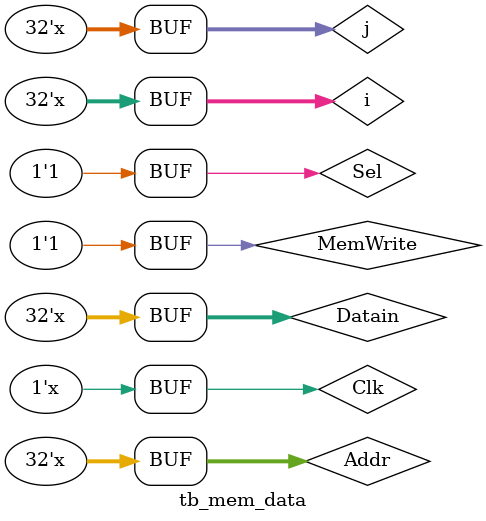
<source format=v>
`timescale 1ns / 1ps

module tb_mem_data( );
    reg Clk;
    reg Rst;
    reg Sel;
    reg  MemWrite;
    reg [31:0] Addr;
    reg [31:0]  Datain;
    wire [31:0] Dataout;
    Mem_Data T3(Clk,Addr,Rst, Datain,MemWrite,Sel,Dataout);
    
    integer i;
    integer j;
    
    initial begin
        Clk<=1;
        MemWrite<=1;
        Addr <= 0;
        Datain<=0;  
        Rst<=0;  
        Sel<=15;
        i <= 0;
        j <= 0;
    end
    
    always # 10 begin
        Clk <= ~ Clk;
        if(i == 5) begin
            Rst <= 1;
        end
        else begin
            Addr <= i;
            Datain <= j;
            i <= i + 1;
            j <= j + 1;
        end
    end
endmodule


</source>
